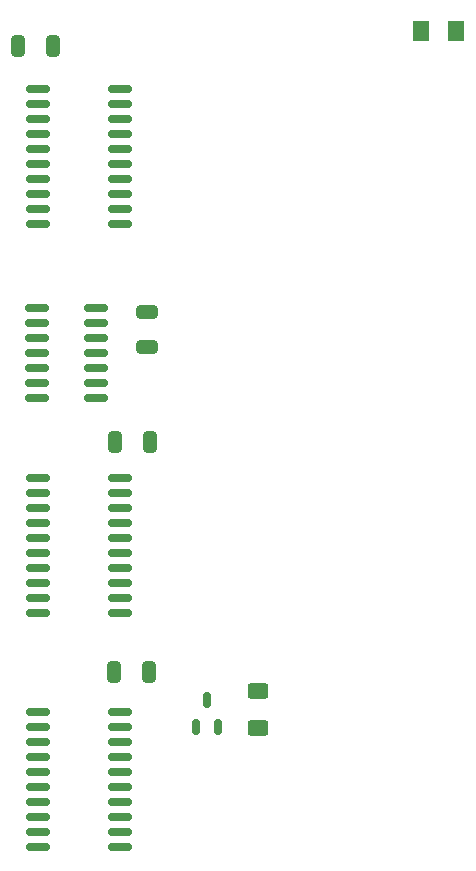
<source format=gtp>
G04 #@! TF.GenerationSoftware,KiCad,Pcbnew,6.0.10-86aedd382b~118~ubuntu20.04.1*
G04 #@! TF.CreationDate,2023-01-30T13:16:44+00:00*
G04 #@! TF.ProjectId,srom,73726f6d-2e6b-4696-9361-645f70636258,rev?*
G04 #@! TF.SameCoordinates,Original*
G04 #@! TF.FileFunction,Paste,Top*
G04 #@! TF.FilePolarity,Positive*
%FSLAX46Y46*%
G04 Gerber Fmt 4.6, Leading zero omitted, Abs format (unit mm)*
G04 Created by KiCad (PCBNEW 6.0.10-86aedd382b~118~ubuntu20.04.1) date 2023-01-30 13:16:44*
%MOMM*%
%LPD*%
G01*
G04 APERTURE LIST*
G04 Aperture macros list*
%AMRoundRect*
0 Rectangle with rounded corners*
0 $1 Rounding radius*
0 $2 $3 $4 $5 $6 $7 $8 $9 X,Y pos of 4 corners*
0 Add a 4 corners polygon primitive as box body*
4,1,4,$2,$3,$4,$5,$6,$7,$8,$9,$2,$3,0*
0 Add four circle primitives for the rounded corners*
1,1,$1+$1,$2,$3*
1,1,$1+$1,$4,$5*
1,1,$1+$1,$6,$7*
1,1,$1+$1,$8,$9*
0 Add four rect primitives between the rounded corners*
20,1,$1+$1,$2,$3,$4,$5,0*
20,1,$1+$1,$4,$5,$6,$7,0*
20,1,$1+$1,$6,$7,$8,$9,0*
20,1,$1+$1,$8,$9,$2,$3,0*%
G04 Aperture macros list end*
%ADD10RoundRect,0.250000X-0.325000X-0.650000X0.325000X-0.650000X0.325000X0.650000X-0.325000X0.650000X0*%
%ADD11RoundRect,0.150000X-0.837500X-0.150000X0.837500X-0.150000X0.837500X0.150000X-0.837500X0.150000X0*%
%ADD12RoundRect,0.250000X-0.650000X0.325000X-0.650000X-0.325000X0.650000X-0.325000X0.650000X0.325000X0*%
%ADD13RoundRect,0.250000X0.625000X-0.400000X0.625000X0.400000X-0.625000X0.400000X-0.625000X-0.400000X0*%
%ADD14RoundRect,0.250000X0.325000X0.650000X-0.325000X0.650000X-0.325000X-0.650000X0.325000X-0.650000X0*%
%ADD15RoundRect,0.150000X-0.825000X-0.150000X0.825000X-0.150000X0.825000X0.150000X-0.825000X0.150000X0*%
%ADD16RoundRect,0.150000X0.150000X-0.512500X0.150000X0.512500X-0.150000X0.512500X-0.150000X-0.512500X0*%
%ADD17RoundRect,0.250001X0.462499X0.624999X-0.462499X0.624999X-0.462499X-0.624999X0.462499X-0.624999X0*%
G04 APERTURE END LIST*
D10*
X67825000Y-88340000D03*
X70775000Y-88340000D03*
D11*
X61327500Y-111205000D03*
X61327500Y-112475000D03*
X61327500Y-113745000D03*
X61327500Y-115015000D03*
X61327500Y-116285000D03*
X61327500Y-117555000D03*
X61327500Y-118825000D03*
X61327500Y-120095000D03*
X61327500Y-121365000D03*
X61327500Y-122635000D03*
X68252500Y-122635000D03*
X68252500Y-121365000D03*
X68252500Y-120095000D03*
X68252500Y-118825000D03*
X68252500Y-117555000D03*
X68252500Y-116285000D03*
X68252500Y-115015000D03*
X68252500Y-113745000D03*
X68252500Y-112475000D03*
X68252500Y-111205000D03*
X61307500Y-91385000D03*
X61307500Y-92655000D03*
X61307500Y-93925000D03*
X61307500Y-95195000D03*
X61307500Y-96465000D03*
X61307500Y-97735000D03*
X61307500Y-99005000D03*
X61307500Y-100275000D03*
X61307500Y-101545000D03*
X61307500Y-102815000D03*
X68232500Y-102815000D03*
X68232500Y-101545000D03*
X68232500Y-100275000D03*
X68232500Y-99005000D03*
X68232500Y-97735000D03*
X68232500Y-96465000D03*
X68232500Y-95195000D03*
X68232500Y-93925000D03*
X68232500Y-92655000D03*
X68232500Y-91385000D03*
D12*
X70520000Y-77385000D03*
X70520000Y-80335000D03*
D13*
X79940000Y-112580000D03*
X79940000Y-109480000D03*
D14*
X70685000Y-107880000D03*
X67735000Y-107880000D03*
D15*
X61265000Y-76990000D03*
X61265000Y-78260000D03*
X61265000Y-79530000D03*
X61265000Y-80800000D03*
X61265000Y-82070000D03*
X61265000Y-83340000D03*
X61265000Y-84610000D03*
X66215000Y-84610000D03*
X66215000Y-83340000D03*
X66215000Y-82070000D03*
X66215000Y-80800000D03*
X66215000Y-79530000D03*
X66215000Y-78260000D03*
X66215000Y-76990000D03*
D16*
X74690000Y-112527500D03*
X76590000Y-112527500D03*
X75640000Y-110252500D03*
D11*
X61307500Y-58505000D03*
X61307500Y-59775000D03*
X61307500Y-61045000D03*
X61307500Y-62315000D03*
X61307500Y-63585000D03*
X61307500Y-64855000D03*
X61307500Y-66125000D03*
X61307500Y-67395000D03*
X61307500Y-68665000D03*
X61307500Y-69935000D03*
X68232500Y-69935000D03*
X68232500Y-68665000D03*
X68232500Y-67395000D03*
X68232500Y-66125000D03*
X68232500Y-64855000D03*
X68232500Y-63585000D03*
X68232500Y-62315000D03*
X68232500Y-61045000D03*
X68232500Y-59775000D03*
X68232500Y-58505000D03*
D14*
X62595000Y-54810000D03*
X59645000Y-54810000D03*
D17*
X96717500Y-53540000D03*
X93742500Y-53540000D03*
M02*

</source>
